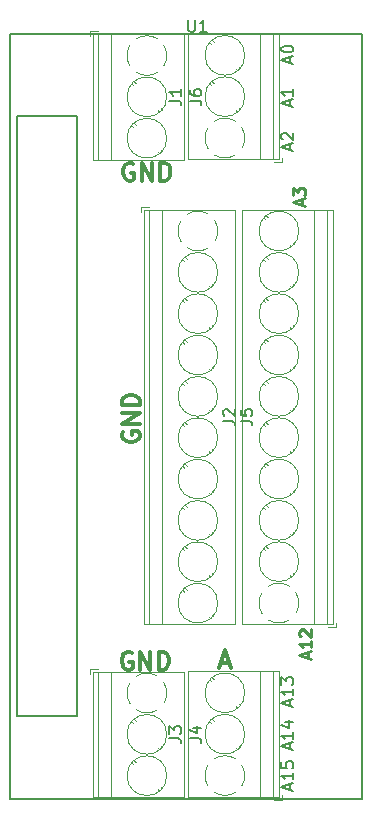
<source format=gto>
G04 #@! TF.GenerationSoftware,KiCad,Pcbnew,(5.0.0)*
G04 #@! TF.CreationDate,2018-11-05T10:44:16+00:00*
G04 #@! TF.ProjectId,analog,616E616C6F672E6B696361645F706362,rev?*
G04 #@! TF.SameCoordinates,Original*
G04 #@! TF.FileFunction,Legend,Top*
G04 #@! TF.FilePolarity,Positive*
%FSLAX46Y46*%
G04 Gerber Fmt 4.6, Leading zero omitted, Abs format (unit mm)*
G04 Created by KiCad (PCBNEW (5.0.0)) date 11/05/18 10:44:16*
%MOMM*%
%LPD*%
G01*
G04 APERTURE LIST*
%ADD10C,0.300000*%
%ADD11C,0.150000*%
%ADD12C,0.250000*%
%ADD13C,0.120000*%
G04 APERTURE END LIST*
D10*
X132334142Y-135013000D02*
X132191285Y-134941571D01*
X131977000Y-134941571D01*
X131762714Y-135013000D01*
X131619857Y-135155857D01*
X131548428Y-135298714D01*
X131477000Y-135584428D01*
X131477000Y-135798714D01*
X131548428Y-136084428D01*
X131619857Y-136227285D01*
X131762714Y-136370142D01*
X131977000Y-136441571D01*
X132119857Y-136441571D01*
X132334142Y-136370142D01*
X132405571Y-136298714D01*
X132405571Y-135798714D01*
X132119857Y-135798714D01*
X133048428Y-136441571D02*
X133048428Y-134941571D01*
X133905571Y-136441571D01*
X133905571Y-134941571D01*
X134619857Y-136441571D02*
X134619857Y-134941571D01*
X134977000Y-134941571D01*
X135191285Y-135013000D01*
X135334142Y-135155857D01*
X135405571Y-135298714D01*
X135477000Y-135584428D01*
X135477000Y-135798714D01*
X135405571Y-136084428D01*
X135334142Y-136227285D01*
X135191285Y-136370142D01*
X134977000Y-136441571D01*
X134619857Y-136441571D01*
D11*
X145708666Y-139493476D02*
X145708666Y-139017285D01*
X145994380Y-139588714D02*
X144994380Y-139255380D01*
X145994380Y-138922047D01*
X145994380Y-138064904D02*
X145994380Y-138636333D01*
X145994380Y-138350619D02*
X144994380Y-138350619D01*
X145137238Y-138445857D01*
X145232476Y-138541095D01*
X145280095Y-138636333D01*
X144994380Y-137731571D02*
X144994380Y-137112523D01*
X145375333Y-137445857D01*
X145375333Y-137303000D01*
X145422952Y-137207761D01*
X145470571Y-137160142D01*
X145565809Y-137112523D01*
X145803904Y-137112523D01*
X145899142Y-137160142D01*
X145946761Y-137207761D01*
X145994380Y-137303000D01*
X145994380Y-137588714D01*
X145946761Y-137683952D01*
X145899142Y-137731571D01*
X145708666Y-143176476D02*
X145708666Y-142700285D01*
X145994380Y-143271714D02*
X144994380Y-142938380D01*
X145994380Y-142605047D01*
X145994380Y-141747904D02*
X145994380Y-142319333D01*
X145994380Y-142033619D02*
X144994380Y-142033619D01*
X145137238Y-142128857D01*
X145232476Y-142224095D01*
X145280095Y-142319333D01*
X145327714Y-140890761D02*
X145994380Y-140890761D01*
X144946761Y-141128857D02*
X145661047Y-141366952D01*
X145661047Y-140747904D01*
X145708666Y-146605476D02*
X145708666Y-146129285D01*
X145994380Y-146700714D02*
X144994380Y-146367380D01*
X145994380Y-146034047D01*
X145994380Y-145176904D02*
X145994380Y-145748333D01*
X145994380Y-145462619D02*
X144994380Y-145462619D01*
X145137238Y-145557857D01*
X145232476Y-145653095D01*
X145280095Y-145748333D01*
X144994380Y-144272142D02*
X144994380Y-144748333D01*
X145470571Y-144795952D01*
X145422952Y-144748333D01*
X145375333Y-144653095D01*
X145375333Y-144415000D01*
X145422952Y-144319761D01*
X145470571Y-144272142D01*
X145565809Y-144224523D01*
X145803904Y-144224523D01*
X145899142Y-144272142D01*
X145946761Y-144319761D01*
X145994380Y-144415000D01*
X145994380Y-144653095D01*
X145946761Y-144748333D01*
X145899142Y-144795952D01*
X145708666Y-85042285D02*
X145708666Y-84566095D01*
X145994380Y-85137523D02*
X144994380Y-84804190D01*
X145994380Y-84470857D01*
X144994380Y-83947047D02*
X144994380Y-83851809D01*
X145042000Y-83756571D01*
X145089619Y-83708952D01*
X145184857Y-83661333D01*
X145375333Y-83613714D01*
X145613428Y-83613714D01*
X145803904Y-83661333D01*
X145899142Y-83708952D01*
X145946761Y-83756571D01*
X145994380Y-83851809D01*
X145994380Y-83947047D01*
X145946761Y-84042285D01*
X145899142Y-84089904D01*
X145803904Y-84137523D01*
X145613428Y-84185142D01*
X145375333Y-84185142D01*
X145184857Y-84137523D01*
X145089619Y-84089904D01*
X145042000Y-84042285D01*
X144994380Y-83947047D01*
X145708666Y-88725285D02*
X145708666Y-88249095D01*
X145994380Y-88820523D02*
X144994380Y-88487190D01*
X145994380Y-88153857D01*
X145994380Y-87296714D02*
X145994380Y-87868142D01*
X145994380Y-87582428D02*
X144994380Y-87582428D01*
X145137238Y-87677666D01*
X145232476Y-87772904D01*
X145280095Y-87868142D01*
D10*
X131584000Y-116331857D02*
X131512571Y-116474714D01*
X131512571Y-116689000D01*
X131584000Y-116903285D01*
X131726857Y-117046142D01*
X131869714Y-117117571D01*
X132155428Y-117189000D01*
X132369714Y-117189000D01*
X132655428Y-117117571D01*
X132798285Y-117046142D01*
X132941142Y-116903285D01*
X133012571Y-116689000D01*
X133012571Y-116546142D01*
X132941142Y-116331857D01*
X132869714Y-116260428D01*
X132369714Y-116260428D01*
X132369714Y-116546142D01*
X133012571Y-115617571D02*
X131512571Y-115617571D01*
X133012571Y-114760428D01*
X131512571Y-114760428D01*
X133012571Y-114046142D02*
X131512571Y-114046142D01*
X131512571Y-113689000D01*
X131584000Y-113474714D01*
X131726857Y-113331857D01*
X131869714Y-113260428D01*
X132155428Y-113189000D01*
X132369714Y-113189000D01*
X132655428Y-113260428D01*
X132798285Y-113331857D01*
X132941142Y-113474714D01*
X133012571Y-113689000D01*
X133012571Y-114046142D01*
X139850857Y-135886000D02*
X140565142Y-135886000D01*
X139708000Y-136314571D02*
X140208000Y-134814571D01*
X140708000Y-136314571D01*
X132461142Y-93611000D02*
X132318285Y-93539571D01*
X132104000Y-93539571D01*
X131889714Y-93611000D01*
X131746857Y-93753857D01*
X131675428Y-93896714D01*
X131604000Y-94182428D01*
X131604000Y-94396714D01*
X131675428Y-94682428D01*
X131746857Y-94825285D01*
X131889714Y-94968142D01*
X132104000Y-95039571D01*
X132246857Y-95039571D01*
X132461142Y-94968142D01*
X132532571Y-94896714D01*
X132532571Y-94396714D01*
X132246857Y-94396714D01*
X133175428Y-95039571D02*
X133175428Y-93539571D01*
X134032571Y-95039571D01*
X134032571Y-93539571D01*
X134746857Y-95039571D02*
X134746857Y-93539571D01*
X135104000Y-93539571D01*
X135318285Y-93611000D01*
X135461142Y-93753857D01*
X135532571Y-93896714D01*
X135604000Y-94182428D01*
X135604000Y-94396714D01*
X135532571Y-94682428D01*
X135461142Y-94825285D01*
X135318285Y-94968142D01*
X135104000Y-95039571D01*
X134746857Y-95039571D01*
D11*
X145708666Y-92408285D02*
X145708666Y-91932095D01*
X145994380Y-92503523D02*
X144994380Y-92170190D01*
X145994380Y-91836857D01*
X145089619Y-91551142D02*
X145042000Y-91503523D01*
X144994380Y-91408285D01*
X144994380Y-91170190D01*
X145042000Y-91074952D01*
X145089619Y-91027333D01*
X145184857Y-90979714D01*
X145280095Y-90979714D01*
X145422952Y-91027333D01*
X145994380Y-91598761D01*
X145994380Y-90979714D01*
D12*
X146724666Y-97107285D02*
X146724666Y-96631095D01*
X147010380Y-97202523D02*
X146010380Y-96869190D01*
X147010380Y-96535857D01*
X146010380Y-96297761D02*
X146010380Y-95678714D01*
X146391333Y-96012047D01*
X146391333Y-95869190D01*
X146438952Y-95773952D01*
X146486571Y-95726333D01*
X146581809Y-95678714D01*
X146819904Y-95678714D01*
X146915142Y-95726333D01*
X146962761Y-95773952D01*
X147010380Y-95869190D01*
X147010380Y-96154904D01*
X146962761Y-96250142D01*
X146915142Y-96297761D01*
X147232666Y-135429476D02*
X147232666Y-134953285D01*
X147518380Y-135524714D02*
X146518380Y-135191380D01*
X147518380Y-134858047D01*
X147518380Y-134000904D02*
X147518380Y-134572333D01*
X147518380Y-134286619D02*
X146518380Y-134286619D01*
X146661238Y-134381857D01*
X146756476Y-134477095D01*
X146804095Y-134572333D01*
X146613619Y-133619952D02*
X146566000Y-133572333D01*
X146518380Y-133477095D01*
X146518380Y-133239000D01*
X146566000Y-133143761D01*
X146613619Y-133096142D01*
X146708857Y-133048523D01*
X146804095Y-133048523D01*
X146946952Y-133096142D01*
X147518380Y-133667571D01*
X147518380Y-133048523D01*
D11*
G04 #@! TO.C,U1*
X127710001Y-140410001D02*
X122630001Y-140410001D01*
X127710001Y-89610001D02*
X127710001Y-140410001D01*
X122630001Y-89610001D02*
X127710001Y-89610001D01*
X122630001Y-140410001D02*
X122630001Y-89610001D01*
X151840001Y-147395001D02*
X121995001Y-147395001D01*
X151840001Y-82625001D02*
X151840001Y-147395001D01*
X121995001Y-82625001D02*
X151840001Y-82625001D01*
X121995001Y-147395001D02*
X121995001Y-82625001D01*
D13*
G04 #@! TO.C,J3*
X145008000Y-147465000D02*
X145008000Y-147065000D01*
X144368000Y-147465000D02*
X145008000Y-147465000D01*
X141149000Y-139560000D02*
X141277000Y-139689000D01*
X138933000Y-137345000D02*
X139027000Y-137439000D01*
X141389000Y-139390000D02*
X141482000Y-139484000D01*
X139139000Y-137140000D02*
X139267000Y-137269000D01*
X141149000Y-143060000D02*
X141277000Y-143189000D01*
X138933000Y-140845000D02*
X139027000Y-140939000D01*
X141389000Y-142890000D02*
X141482000Y-142984000D01*
X139139000Y-140640000D02*
X139267000Y-140769000D01*
X137048000Y-136605000D02*
X144768000Y-136605000D01*
X137048000Y-147225000D02*
X144768000Y-147225000D01*
X144768000Y-147225000D02*
X144768000Y-136605000D01*
X137048000Y-147225000D02*
X137048000Y-136605000D01*
X143208000Y-147225000D02*
X143208000Y-136605000D01*
X144308000Y-147225000D02*
X144308000Y-136605000D01*
X141888000Y-138415000D02*
G75*
G03X141888000Y-138415000I-1680000J0D01*
G01*
X141888000Y-141915000D02*
G75*
G03X141888000Y-141915000I-1680000J0D01*
G01*
X141888099Y-145386326D02*
G75*
G02X141648000Y-146281000I-1680099J-28674D01*
G01*
X141097894Y-146840358D02*
G75*
G02X139342000Y-146855000I-889894J1425358D01*
G01*
X138782642Y-146304894D02*
G75*
G02X138768000Y-144549000I1425358J889894D01*
G01*
X139317807Y-143989495D02*
G75*
G02X141099000Y-143990000I890193J-1425505D01*
G01*
X141632721Y-144524736D02*
G75*
G02X141888000Y-145415000I-1424721J-890264D01*
G01*
G04 #@! TO.C,J4*
X132179279Y-139320264D02*
G75*
G02X131924000Y-138430000I1424721J890264D01*
G01*
X134494193Y-139855505D02*
G75*
G02X132713000Y-139855000I-890193J1425505D01*
G01*
X135029358Y-137540106D02*
G75*
G02X135044000Y-139296000I-1425358J-889894D01*
G01*
X132714106Y-137004642D02*
G75*
G02X134470000Y-136990000I889894J-1425358D01*
G01*
X131923901Y-138458674D02*
G75*
G02X132164000Y-137564000I1680099J28674D01*
G01*
X135284000Y-141930000D02*
G75*
G03X135284000Y-141930000I-1680000J0D01*
G01*
X135284000Y-145430000D02*
G75*
G03X135284000Y-145430000I-1680000J0D01*
G01*
X129504000Y-136620000D02*
X129504000Y-147240000D01*
X130604000Y-136620000D02*
X130604000Y-147240000D01*
X136764000Y-136620000D02*
X136764000Y-147240000D01*
X129044000Y-136620000D02*
X129044000Y-147240000D01*
X136764000Y-136620000D02*
X129044000Y-136620000D01*
X136764000Y-147240000D02*
X129044000Y-147240000D01*
X134673000Y-143205000D02*
X134545000Y-143076000D01*
X132423000Y-140955000D02*
X132330000Y-140861000D01*
X134879000Y-143000000D02*
X134785000Y-142906000D01*
X132663000Y-140785000D02*
X132535000Y-140656000D01*
X134673000Y-146705000D02*
X134545000Y-146576000D01*
X132423000Y-144455000D02*
X132330000Y-144361000D01*
X134879000Y-146500000D02*
X134785000Y-146406000D01*
X132663000Y-144285000D02*
X132535000Y-144156000D01*
X129444000Y-136380000D02*
X128804000Y-136380000D01*
X128804000Y-136380000D02*
X128804000Y-136780000D01*
G04 #@! TO.C,J1*
X141632721Y-90549736D02*
G75*
G02X141888000Y-91440000I-1424721J-890264D01*
G01*
X139317807Y-90014495D02*
G75*
G02X141099000Y-90015000I890193J-1425505D01*
G01*
X138782642Y-92329894D02*
G75*
G02X138768000Y-90574000I1425358J889894D01*
G01*
X141097894Y-92865358D02*
G75*
G02X139342000Y-92880000I-889894J1425358D01*
G01*
X141888099Y-91411326D02*
G75*
G02X141648000Y-92306000I-1680099J-28674D01*
G01*
X141888000Y-87940000D02*
G75*
G03X141888000Y-87940000I-1680000J0D01*
G01*
X141888000Y-84440000D02*
G75*
G03X141888000Y-84440000I-1680000J0D01*
G01*
X144308000Y-93250000D02*
X144308000Y-82630000D01*
X143208000Y-93250000D02*
X143208000Y-82630000D01*
X137048000Y-93250000D02*
X137048000Y-82630000D01*
X144768000Y-93250000D02*
X144768000Y-82630000D01*
X137048000Y-93250000D02*
X144768000Y-93250000D01*
X137048000Y-82630000D02*
X144768000Y-82630000D01*
X139139000Y-86665000D02*
X139267000Y-86794000D01*
X141389000Y-88915000D02*
X141482000Y-89009000D01*
X138933000Y-86870000D02*
X139027000Y-86964000D01*
X141149000Y-89085000D02*
X141277000Y-89214000D01*
X139139000Y-83165000D02*
X139267000Y-83294000D01*
X141389000Y-85415000D02*
X141482000Y-85509000D01*
X138933000Y-83370000D02*
X139027000Y-83464000D01*
X141149000Y-85585000D02*
X141277000Y-85714000D01*
X144368000Y-93490000D02*
X145008000Y-93490000D01*
X145008000Y-93490000D02*
X145008000Y-93090000D01*
G04 #@! TO.C,J2*
X146204721Y-129919736D02*
G75*
G02X146460000Y-130810000I-1424721J-890264D01*
G01*
X143889807Y-129384495D02*
G75*
G02X145671000Y-129385000I890193J-1425505D01*
G01*
X143354642Y-131699894D02*
G75*
G02X143340000Y-129944000I1425358J889894D01*
G01*
X145669894Y-132235358D02*
G75*
G02X143914000Y-132250000I-889894J1425358D01*
G01*
X146460099Y-130781326D02*
G75*
G02X146220000Y-131676000I-1680099J-28674D01*
G01*
X146460000Y-127310000D02*
G75*
G03X146460000Y-127310000I-1680000J0D01*
G01*
X146460000Y-123810000D02*
G75*
G03X146460000Y-123810000I-1680000J0D01*
G01*
X146460000Y-120310000D02*
G75*
G03X146460000Y-120310000I-1680000J0D01*
G01*
X146460000Y-116810000D02*
G75*
G03X146460000Y-116810000I-1680000J0D01*
G01*
X146460000Y-113310000D02*
G75*
G03X146460000Y-113310000I-1680000J0D01*
G01*
X146460000Y-109810000D02*
G75*
G03X146460000Y-109810000I-1680000J0D01*
G01*
X146460000Y-106310000D02*
G75*
G03X146460000Y-106310000I-1680000J0D01*
G01*
X146460000Y-102810000D02*
G75*
G03X146460000Y-102810000I-1680000J0D01*
G01*
X146460000Y-99310000D02*
G75*
G03X146460000Y-99310000I-1680000J0D01*
G01*
X148880000Y-132620000D02*
X148880000Y-97500000D01*
X147780000Y-132620000D02*
X147780000Y-97500000D01*
X141620000Y-132620000D02*
X141620000Y-97500000D01*
X149340000Y-132620000D02*
X149340000Y-97500000D01*
X141620000Y-132620000D02*
X149340000Y-132620000D01*
X141620000Y-97500000D02*
X149340000Y-97500000D01*
X143711000Y-126035000D02*
X143839000Y-126164000D01*
X145961000Y-128285000D02*
X146054000Y-128379000D01*
X143505000Y-126240000D02*
X143599000Y-126334000D01*
X145721000Y-128455000D02*
X145849000Y-128584000D01*
X143711000Y-122535000D02*
X143839000Y-122664000D01*
X145961000Y-124785000D02*
X146054000Y-124879000D01*
X143505000Y-122740000D02*
X143599000Y-122834000D01*
X145721000Y-124955000D02*
X145849000Y-125084000D01*
X143711000Y-119035000D02*
X143839000Y-119164000D01*
X145961000Y-121285000D02*
X146054000Y-121379000D01*
X143505000Y-119240000D02*
X143599000Y-119334000D01*
X145721000Y-121455000D02*
X145849000Y-121584000D01*
X143711000Y-115535000D02*
X143839000Y-115664000D01*
X145961000Y-117785000D02*
X146054000Y-117879000D01*
X143505000Y-115740000D02*
X143599000Y-115834000D01*
X145721000Y-117955000D02*
X145849000Y-118084000D01*
X143711000Y-112035000D02*
X143839000Y-112164000D01*
X145961000Y-114285000D02*
X146054000Y-114379000D01*
X143505000Y-112240000D02*
X143599000Y-112334000D01*
X145721000Y-114455000D02*
X145849000Y-114584000D01*
X143711000Y-108535000D02*
X143839000Y-108664000D01*
X145961000Y-110785000D02*
X146054000Y-110879000D01*
X143505000Y-108740000D02*
X143599000Y-108834000D01*
X145721000Y-110955000D02*
X145849000Y-111084000D01*
X143711000Y-105035000D02*
X143839000Y-105164000D01*
X145961000Y-107285000D02*
X146054000Y-107379000D01*
X143505000Y-105240000D02*
X143599000Y-105334000D01*
X145721000Y-107455000D02*
X145849000Y-107584000D01*
X143711000Y-101535000D02*
X143839000Y-101664000D01*
X145961000Y-103785000D02*
X146054000Y-103879000D01*
X143505000Y-101740000D02*
X143599000Y-101834000D01*
X145721000Y-103955000D02*
X145849000Y-104084000D01*
X143711000Y-98035000D02*
X143839000Y-98164000D01*
X145961000Y-100285000D02*
X146054000Y-100379000D01*
X143505000Y-98240000D02*
X143599000Y-98334000D01*
X145721000Y-100455000D02*
X145849000Y-100584000D01*
X148940000Y-132860000D02*
X149580000Y-132860000D01*
X149580000Y-132860000D02*
X149580000Y-132460000D01*
G04 #@! TO.C,J5*
X136497279Y-100204264D02*
G75*
G02X136242000Y-99314000I1424721J890264D01*
G01*
X138812193Y-100739505D02*
G75*
G02X137031000Y-100739000I-890193J1425505D01*
G01*
X139347358Y-98424106D02*
G75*
G02X139362000Y-100180000I-1425358J-889894D01*
G01*
X137032106Y-97888642D02*
G75*
G02X138788000Y-97874000I889894J-1425358D01*
G01*
X136241901Y-99342674D02*
G75*
G02X136482000Y-98448000I1680099J28674D01*
G01*
X139602000Y-102814000D02*
G75*
G03X139602000Y-102814000I-1680000J0D01*
G01*
X139602000Y-106314000D02*
G75*
G03X139602000Y-106314000I-1680000J0D01*
G01*
X139602000Y-109814000D02*
G75*
G03X139602000Y-109814000I-1680000J0D01*
G01*
X139602000Y-113314000D02*
G75*
G03X139602000Y-113314000I-1680000J0D01*
G01*
X139602000Y-116814000D02*
G75*
G03X139602000Y-116814000I-1680000J0D01*
G01*
X139602000Y-120314000D02*
G75*
G03X139602000Y-120314000I-1680000J0D01*
G01*
X139602000Y-123814000D02*
G75*
G03X139602000Y-123814000I-1680000J0D01*
G01*
X139602000Y-127314000D02*
G75*
G03X139602000Y-127314000I-1680000J0D01*
G01*
X139602000Y-130814000D02*
G75*
G03X139602000Y-130814000I-1680000J0D01*
G01*
X133822000Y-97504000D02*
X133822000Y-132624000D01*
X134922000Y-97504000D02*
X134922000Y-132624000D01*
X141082000Y-97504000D02*
X141082000Y-132624000D01*
X133362000Y-97504000D02*
X133362000Y-132624000D01*
X141082000Y-97504000D02*
X133362000Y-97504000D01*
X141082000Y-132624000D02*
X133362000Y-132624000D01*
X138991000Y-104089000D02*
X138863000Y-103960000D01*
X136741000Y-101839000D02*
X136648000Y-101745000D01*
X139197000Y-103884000D02*
X139103000Y-103790000D01*
X136981000Y-101669000D02*
X136853000Y-101540000D01*
X138991000Y-107589000D02*
X138863000Y-107460000D01*
X136741000Y-105339000D02*
X136648000Y-105245000D01*
X139197000Y-107384000D02*
X139103000Y-107290000D01*
X136981000Y-105169000D02*
X136853000Y-105040000D01*
X138991000Y-111089000D02*
X138863000Y-110960000D01*
X136741000Y-108839000D02*
X136648000Y-108745000D01*
X139197000Y-110884000D02*
X139103000Y-110790000D01*
X136981000Y-108669000D02*
X136853000Y-108540000D01*
X138991000Y-114589000D02*
X138863000Y-114460000D01*
X136741000Y-112339000D02*
X136648000Y-112245000D01*
X139197000Y-114384000D02*
X139103000Y-114290000D01*
X136981000Y-112169000D02*
X136853000Y-112040000D01*
X138991000Y-118089000D02*
X138863000Y-117960000D01*
X136741000Y-115839000D02*
X136648000Y-115745000D01*
X139197000Y-117884000D02*
X139103000Y-117790000D01*
X136981000Y-115669000D02*
X136853000Y-115540000D01*
X138991000Y-121589000D02*
X138863000Y-121460000D01*
X136741000Y-119339000D02*
X136648000Y-119245000D01*
X139197000Y-121384000D02*
X139103000Y-121290000D01*
X136981000Y-119169000D02*
X136853000Y-119040000D01*
X138991000Y-125089000D02*
X138863000Y-124960000D01*
X136741000Y-122839000D02*
X136648000Y-122745000D01*
X139197000Y-124884000D02*
X139103000Y-124790000D01*
X136981000Y-122669000D02*
X136853000Y-122540000D01*
X138991000Y-128589000D02*
X138863000Y-128460000D01*
X136741000Y-126339000D02*
X136648000Y-126245000D01*
X139197000Y-128384000D02*
X139103000Y-128290000D01*
X136981000Y-126169000D02*
X136853000Y-126040000D01*
X138991000Y-132089000D02*
X138863000Y-131960000D01*
X136741000Y-129839000D02*
X136648000Y-129745000D01*
X139197000Y-131884000D02*
X139103000Y-131790000D01*
X136981000Y-129669000D02*
X136853000Y-129540000D01*
X133762000Y-97264000D02*
X133122000Y-97264000D01*
X133122000Y-97264000D02*
X133122000Y-97664000D01*
G04 #@! TO.C,J6*
X128804000Y-82405000D02*
X128804000Y-82805000D01*
X129444000Y-82405000D02*
X128804000Y-82405000D01*
X132663000Y-90310000D02*
X132535000Y-90181000D01*
X134879000Y-92525000D02*
X134785000Y-92431000D01*
X132423000Y-90480000D02*
X132330000Y-90386000D01*
X134673000Y-92730000D02*
X134545000Y-92601000D01*
X132663000Y-86810000D02*
X132535000Y-86681000D01*
X134879000Y-89025000D02*
X134785000Y-88931000D01*
X132423000Y-86980000D02*
X132330000Y-86886000D01*
X134673000Y-89230000D02*
X134545000Y-89101000D01*
X136764000Y-93265000D02*
X129044000Y-93265000D01*
X136764000Y-82645000D02*
X129044000Y-82645000D01*
X129044000Y-82645000D02*
X129044000Y-93265000D01*
X136764000Y-82645000D02*
X136764000Y-93265000D01*
X130604000Y-82645000D02*
X130604000Y-93265000D01*
X129504000Y-82645000D02*
X129504000Y-93265000D01*
X135284000Y-91455000D02*
G75*
G03X135284000Y-91455000I-1680000J0D01*
G01*
X135284000Y-87955000D02*
G75*
G03X135284000Y-87955000I-1680000J0D01*
G01*
X131923901Y-84483674D02*
G75*
G02X132164000Y-83589000I1680099J28674D01*
G01*
X132714106Y-83029642D02*
G75*
G02X134470000Y-83015000I889894J-1425358D01*
G01*
X135029358Y-83565106D02*
G75*
G02X135044000Y-85321000I-1425358J-889894D01*
G01*
X134494193Y-85880505D02*
G75*
G02X132713000Y-85880000I-890193J1425505D01*
G01*
X132179279Y-85345264D02*
G75*
G02X131924000Y-84455000I1424721J890264D01*
G01*
G04 #@! TO.C,U1*
D11*
X137108096Y-81442381D02*
X137108096Y-82251905D01*
X137155715Y-82347143D01*
X137203334Y-82394762D01*
X137298572Y-82442381D01*
X137489048Y-82442381D01*
X137584286Y-82394762D01*
X137631905Y-82347143D01*
X137679524Y-82251905D01*
X137679524Y-81442381D01*
X138679524Y-82442381D02*
X138108096Y-82442381D01*
X138393810Y-82442381D02*
X138393810Y-81442381D01*
X138298572Y-81585239D01*
X138203334Y-81680477D01*
X138108096Y-81728096D01*
G04 #@! TO.C,J3*
X135500380Y-142248333D02*
X136214666Y-142248333D01*
X136357523Y-142295952D01*
X136452761Y-142391190D01*
X136500380Y-142534047D01*
X136500380Y-142629285D01*
X135500380Y-141867380D02*
X135500380Y-141248333D01*
X135881333Y-141581666D01*
X135881333Y-141438809D01*
X135928952Y-141343571D01*
X135976571Y-141295952D01*
X136071809Y-141248333D01*
X136309904Y-141248333D01*
X136405142Y-141295952D01*
X136452761Y-141343571D01*
X136500380Y-141438809D01*
X136500380Y-141724523D01*
X136452761Y-141819761D01*
X136405142Y-141867380D01*
G04 #@! TO.C,J4*
X137216380Y-142263333D02*
X137930666Y-142263333D01*
X138073523Y-142310952D01*
X138168761Y-142406190D01*
X138216380Y-142549047D01*
X138216380Y-142644285D01*
X137549714Y-141358571D02*
X138216380Y-141358571D01*
X137168761Y-141596666D02*
X137883047Y-141834761D01*
X137883047Y-141215714D01*
G04 #@! TO.C,J1*
X135500380Y-88273333D02*
X136214666Y-88273333D01*
X136357523Y-88320952D01*
X136452761Y-88416190D01*
X136500380Y-88559047D01*
X136500380Y-88654285D01*
X136500380Y-87273333D02*
X136500380Y-87844761D01*
X136500380Y-87559047D02*
X135500380Y-87559047D01*
X135643238Y-87654285D01*
X135738476Y-87749523D01*
X135786095Y-87844761D01*
G04 #@! TO.C,J2*
X140072380Y-115393333D02*
X140786666Y-115393333D01*
X140929523Y-115440952D01*
X141024761Y-115536190D01*
X141072380Y-115679047D01*
X141072380Y-115774285D01*
X140167619Y-114964761D02*
X140120000Y-114917142D01*
X140072380Y-114821904D01*
X140072380Y-114583809D01*
X140120000Y-114488571D01*
X140167619Y-114440952D01*
X140262857Y-114393333D01*
X140358095Y-114393333D01*
X140500952Y-114440952D01*
X141072380Y-115012380D01*
X141072380Y-114393333D01*
G04 #@! TO.C,J5*
X141534380Y-115397333D02*
X142248666Y-115397333D01*
X142391523Y-115444952D01*
X142486761Y-115540190D01*
X142534380Y-115683047D01*
X142534380Y-115778285D01*
X141534380Y-114444952D02*
X141534380Y-114921142D01*
X142010571Y-114968761D01*
X141962952Y-114921142D01*
X141915333Y-114825904D01*
X141915333Y-114587809D01*
X141962952Y-114492571D01*
X142010571Y-114444952D01*
X142105809Y-114397333D01*
X142343904Y-114397333D01*
X142439142Y-114444952D01*
X142486761Y-114492571D01*
X142534380Y-114587809D01*
X142534380Y-114825904D01*
X142486761Y-114921142D01*
X142439142Y-114968761D01*
G04 #@! TO.C,J6*
X137216380Y-88288333D02*
X137930666Y-88288333D01*
X138073523Y-88335952D01*
X138168761Y-88431190D01*
X138216380Y-88574047D01*
X138216380Y-88669285D01*
X137216380Y-87383571D02*
X137216380Y-87574047D01*
X137264000Y-87669285D01*
X137311619Y-87716904D01*
X137454476Y-87812142D01*
X137644952Y-87859761D01*
X138025904Y-87859761D01*
X138121142Y-87812142D01*
X138168761Y-87764523D01*
X138216380Y-87669285D01*
X138216380Y-87478809D01*
X138168761Y-87383571D01*
X138121142Y-87335952D01*
X138025904Y-87288333D01*
X137787809Y-87288333D01*
X137692571Y-87335952D01*
X137644952Y-87383571D01*
X137597333Y-87478809D01*
X137597333Y-87669285D01*
X137644952Y-87764523D01*
X137692571Y-87812142D01*
X137787809Y-87859761D01*
G04 #@! TD*
M02*

</source>
